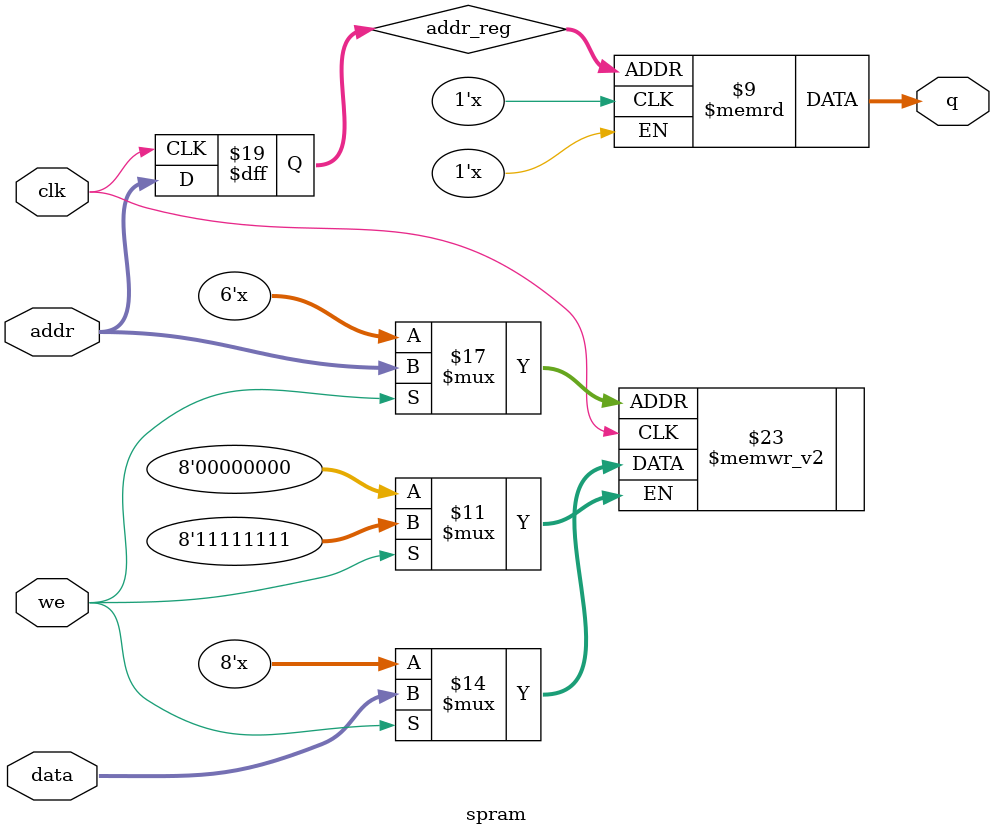
<source format=v>
module spram #(parameter ADDR_WIDTH=6 ,DATA_WIDTH=8)(
  input [(DATA_WIDTH-1):0] data,
	input [(ADDR_WIDTH-1):0] addr,
	input we, clk,
	output [(DATA_WIDTH-1):0] q
);
reg [DATA_WIDTH-1:0] ram[2**ADDR_WIDTH-1:0];
reg [ADDR_WIDTH-1:0] addr_reg;
always @ (posedge clk)begin
  if (we)
    ram[addr] <= data;

  addr_reg <= addr;
end
assign q = ram[addr_reg];
endmodule

</source>
